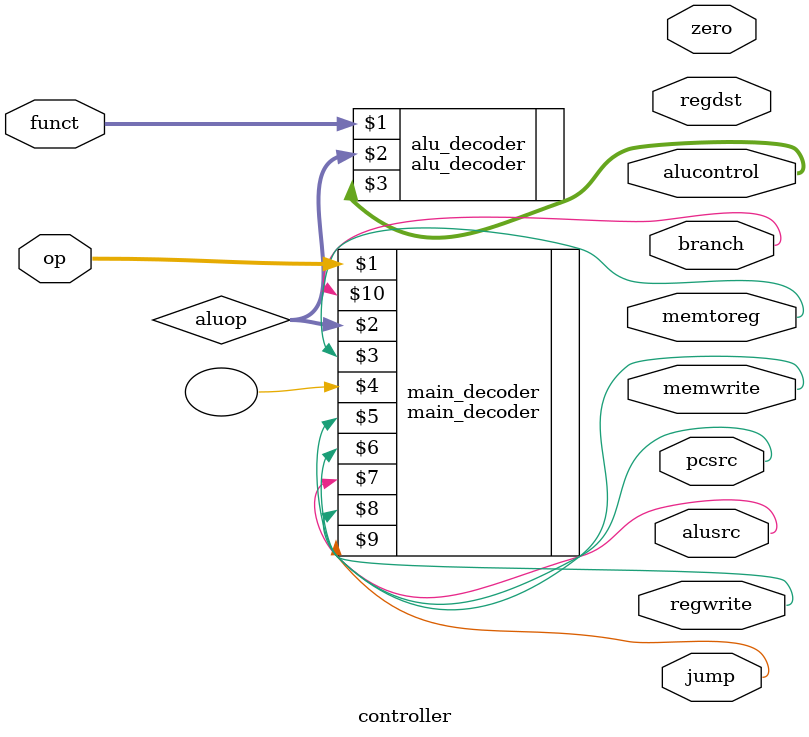
<source format=v>
module controller(
    input [5:0] op,
    input [5:0] funct,
    output zero,
    output memtoreg,
    output memwrite,
    output pcsrc,
    output alusrc,
    output regdst,
    output regwrite,
    output jump,
    output branch,
    output [2:0] alucontrol
    );
    
    wire[1:0] aluop;
    main_decoder main_decoder(op,aluop,memtoreg,,memwrite,pcsrc,alusrc,regwrite,jump,branch);
    alu_decoder alu_decoder(funct,aluop,alucontrol);
    
endmodule
</source>
